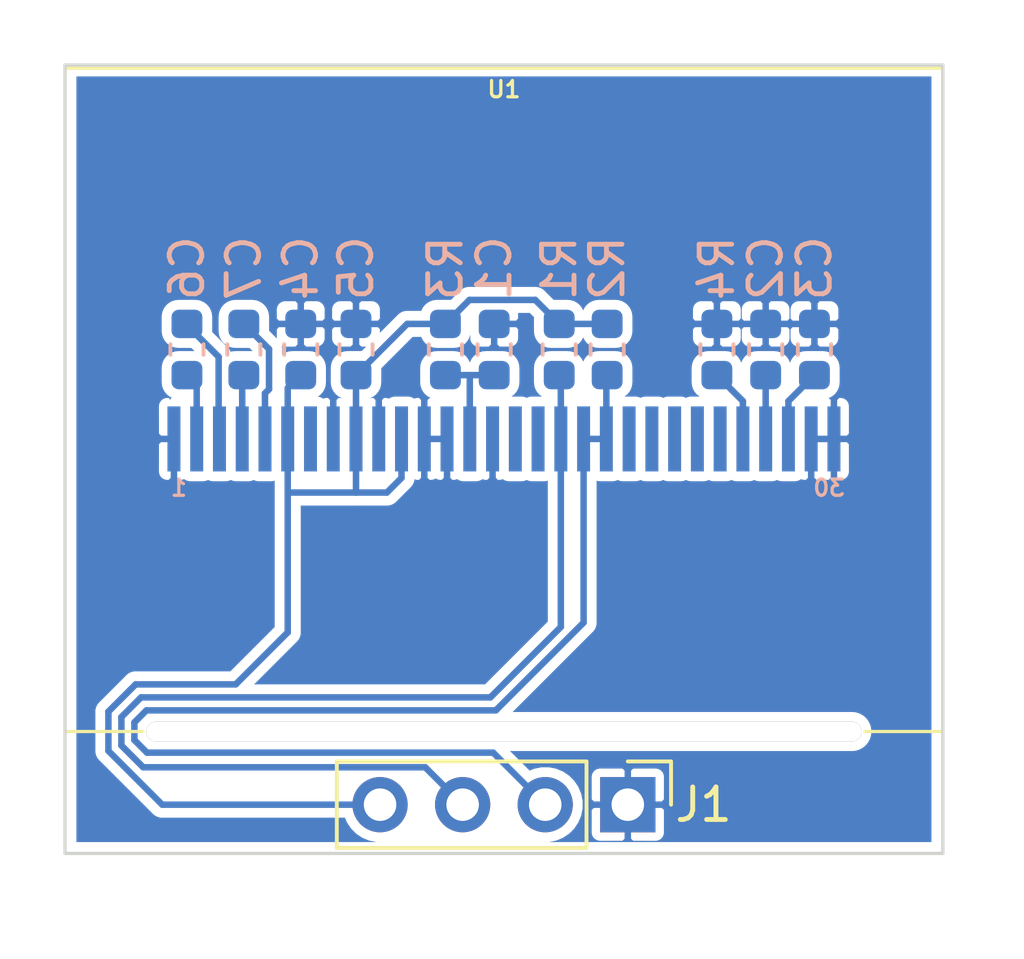
<source format=kicad_pcb>
(kicad_pcb (version 20240108) (generator "pcbnew") (generator_version "8.0")
  (layers (0 "F.Cu" signal) (31 "B.Cu" signal) (34 "B.Paste" user) (35 "F.Paste" user) (36 "B.SilkS" user "B.Silkscreen") (37 "F.SilkS" user "F.Silkscreen") (38 "B.Mask" user) (39 "F.Mask" user) (44 "Edge.Cuts" user))
  (net 0 "")
  (net 1 "Net-(C1-Pad2)")
  (net 2 "GND")
  (net 3 "Net-(C2-Pad1)")
  (net 4 "Net-(C3-Pad1)")
  (net 5 "+3V3")
  (net 6 "Net-(C6-Pad2)")
  (net 7 "Net-(C6-Pad1)")
  (net 8 "Net-(C7-Pad2)")
  (net 9 "Net-(C7-Pad1)")
  (net 10 "/SCL")
  (net 11 "/SDA")
  (net 12 "Net-(R4-Pad1)")
  (net 13 "Net-(U1-Pad25)")
  (net 14 "Net-(U1-Pad24)")
  (net 15 "Net-(U1-Pad23)")
  (net 16 "Net-(U1-Pad22)")
  (net 17 "Net-(U1-Pad21)")
  (net 18 "Net-(U1-Pad17)")
  (net 19 "Net-(U1-Pad7)")
  (net 20 "Net-(U1-Pad16)")
  (footprint "Connector_PinHeader_2.54mm:PinHeader_1x04_P2.54mm_Vertical" (layer "F.Cu") (at 153.81 111.25 -90)
    (property "Reference" "J1" (at 0 -2.33 180) (layer "F.SilkS"))
    (property "Value" "I2C")
    (fp_line (start -1.33 8.95) (end 1.33 8.95) (stroke (width 0.12)) (layer "F.SilkS"))
    (fp_line (start -1.33 1.27) (end -1.33 8.95) (stroke (width 0.12)) (layer "F.SilkS"))
    (fp_line (start -1.33 1.27) (end 1.33 1.27) (stroke (width 0.12)) (layer "F.SilkS"))
    (fp_line (start 1.33 1.27) (end 1.33 8.95) (stroke (width 0.12)) (layer "F.SilkS"))
    (fp_line (start -1.33 0) (end -1.33 -1.33) (stroke (width 0.12)) (layer "F.SilkS"))
    (fp_line (start -1.33 -1.33) (end 0 -1.33) (stroke (width 0.12)) (layer "F.SilkS"))
    (pad "1" thru_hole rect (at 0 0 270) (size 1.7 1.7) (drill 1) (layers "*.Cu" "*.Mask") (net 2 "GND"))
    (pad "2" thru_hole oval (at 0 2.54 270) (size 1.7 1.7) (drill 1) (layers "*.Cu" "*.Mask") (net 11 "/SDA"))
    (pad "3" thru_hole oval (at 0 5.08 270) (size 1.7 1.7) (drill 1) (layers "*.Cu" "*.Mask") (net 10 "/SCL"))
    (pad "4" thru_hole oval (at 0 7.62 270) (size 1.7 1.7) (drill 1) (layers "*.Cu" "*.Mask") (net 5 "+3V3"))
  )
  (footprint "SSD1306:SSD1306" (layer "F.Cu") (at 150 100)
    (property "Reference" "U1" (at 0 -10.75 180) (layer "F.SilkS") (effects (font (size 0.5 0.5) (thickness 0.1))))
    (property "Value" "SSD1306")
    (fp_line (start -13.5 -11.4) (end -13.5 9) (stroke (width 0.1)) (layer "F.SilkS"))
    (fp_line (start -11.1 9) (end -13.5 9) (stroke (width 0.1)) (layer "F.SilkS"))
    (fp_line (start 11.1 9) (end 13.5 9) (stroke (width 0.1)) (layer "F.SilkS"))
    (fp_line (start 13.5 -11.4) (end -13.5 -11.4) (stroke (width 0.1)) (layer "F.SilkS"))
    (fp_line (start 13.5 9) (end 13.5 -11.4) (stroke (width 0.1)) (layer "F.SilkS"))
    (fp_text user "30" (at 10 1.5075 0) (layer "B.SilkS") (effects (font (size 0.5 0.5) (thickness 0.1)) (justify mirror)))
    (fp_text user "1" (at -10 1.5075 0) (layer "B.SilkS") (effects (font (size 0.5 0.5) (thickness 0.1)) (justify mirror)))
    (pad "1" smd rect (at -10.15 0) (size 0.4 2) (layers "B.Cu" "B.Paste" "B.Mask") (net 2 "GND"))
    (pad "2" smd rect (at -9.45 0) (size 0.4 2) (layers "B.Cu" "B.Paste" "B.Mask") (net 7 "Net-(C6-Pad1)"))
    (pad "3" smd rect (at -8.75 0) (size 0.4 2) (layers "B.Cu" "B.Paste" "B.Mask") (net 6 "Net-(C6-Pad2)"))
    (pad "4" smd rect (at -8.05 0) (size 0.4 2) (layers "B.Cu" "B.Paste" "B.Mask") (net 9 "Net-(C7-Pad1)"))
    (pad "5" smd rect (at -7.35 0) (size 0.4 2) (layers "B.Cu" "B.Paste" "B.Mask") (net 8 "Net-(C7-Pad2)"))
    (pad "6" smd rect (at -6.65 0) (size 0.4 2) (layers "B.Cu" "B.Paste" "B.Mask") (net 5 "+3V3"))
    (pad "7" smd rect (at -5.95 0) (size 0.4 2) (layers "B.Cu" "B.Paste" "B.Mask") (net 19 "Net-(U1-Pad7)"))
    (pad "8" smd rect (at -5.25 0) (size 0.4 2) (layers "B.Cu" "B.Paste" "B.Mask") (net 2 "GND"))
    (pad "9" smd rect (at -4.55 0) (size 0.4 2) (layers "B.Cu" "B.Paste" "B.Mask") (net 5 "+3V3"))
    (pad "10" smd rect (at -3.85 0) (size 0.4 2) (layers "B.Cu" "B.Paste" "B.Mask") (net 2 "GND"))
    (pad "11" smd rect (at -3.15 0) (size 0.4 2) (layers "B.Cu" "B.Paste" "B.Mask") (net 5 "+3V3"))
    (pad "12" smd rect (at -2.45 0) (size 0.4 2) (layers "B.Cu" "B.Paste" "B.Mask") (net 2 "GND"))
    (pad "13" smd rect (at -1.75 0) (size 0.4 2) (layers "B.Cu" "B.Paste" "B.Mask") (net 2 "GND"))
    (pad "14" smd rect (at -1.05 0) (size 0.4 2) (layers "B.Cu" "B.Paste" "B.Mask") (net 1 "Net-(C1-Pad2)"))
    (pad "15" smd rect (at -0.35 0) (size 0.4 2) (layers "B.Cu" "B.Paste" "B.Mask") (net 2 "GND"))
    (pad "16" smd rect (at 0.35 0) (size 0.4 2) (layers "B.Cu" "B.Paste" "B.Mask") (net 20 "Net-(U1-Pad16)"))
    (pad "17" smd rect (at 1.05 0) (size 0.4 2) (layers "B.Cu" "B.Paste" "B.Mask") (net 18 "Net-(U1-Pad17)"))
    (pad "18" smd rect (at 1.75 0) (size 0.4 2) (layers "B.Cu" "B.Paste" "B.Mask") (net 10 "/SCL"))
    (pad "19" smd rect (at 2.45 0) (size 0.4 2) (layers "B.Cu" "B.Paste" "B.Mask") (net 11 "/SDA"))
    (pad "20" smd rect (at 3.15 0) (size 0.4 2) (layers "B.Cu" "B.Paste" "B.Mask") (net 11 "/SDA"))
    (pad "21" smd rect (at 3.85 0) (size 0.4 2) (layers "B.Cu" "B.Paste" "B.Mask") (net 17 "Net-(U1-Pad21)"))
    (pad "22" smd rect (at 4.55 0) (size 0.4 2) (layers "B.Cu" "B.Paste" "B.Mask") (net 16 "Net-(U1-Pad22)"))
    (pad "23" smd rect (at 5.25 0) (size 0.4 2) (layers "B.Cu" "B.Paste" "B.Mask") (net 15 "Net-(U1-Pad23)"))
    (pad "24" smd rect (at 5.95 0) (size 0.4 2) (layers "B.Cu" "B.Paste" "B.Mask") (net 14 "Net-(U1-Pad24)"))
    (pad "25" smd rect (at 6.65 0) (size 0.4 2) (layers "B.Cu" "B.Paste" "B.Mask") (net 13 "Net-(U1-Pad25)"))
    (pad "26" smd rect (at 7.35 0) (size 0.4 2) (layers "B.Cu" "B.Paste" "B.Mask") (net 12 "Net-(R4-Pad1)"))
    (pad "27" smd rect (at 8.05 0) (size 0.4 2) (layers "B.Cu" "B.Paste" "B.Mask") (net 3 "Net-(C2-Pad1)"))
    (pad "28" smd rect (at 8.75 0) (size 0.4 2) (layers "B.Cu" "B.Paste" "B.Mask") (net 4 "Net-(C3-Pad1)"))
    (pad "29" smd rect (at 9.45 0) (size 0.4 2) (layers "B.Cu" "B.Paste" "B.Mask") (net 2 "GND"))
    (pad "30" smd rect (at 10.15 0) (size 0.4 2) (layers "B.Cu" "B.Paste" "B.Mask") (net 2 "GND"))
    (pad "31" thru_hole oval (at 0 9) (size 22 0.6) (drill oval 22 0.6) (layers "*.Cu" "*.Mask"))
  )
  (footprint "Capacitor_SMD:C_0603_1608Metric" (layer "B.Cu") (at 149.7 97.25 -90)
    (property "Reference" "C1" (at -2.5 0 90) (layer "B.SilkS") (effects (justify mirror)))
    (property "Value" "100n")
    (fp_line (start -0.162779 0.51) (end 0.162779 0.51) (stroke (width 0.12)) (layer "B.SilkS"))
    (fp_line (start -0.162779 -0.51) (end 0.162779 -0.51) (stroke (width 0.12)) (layer "B.SilkS"))
    (pad "1" smd roundrect (at -0.7875 0 270) (size 0.875 0.95) (layers "B.Cu" "B.Paste" "B.Mask") (net 2 "GND"))
    (pad "2" smd roundrect (at 0.7875 0 270) (size 0.875 0.95) (layers "B.Cu" "B.Paste" "B.Mask") (net 1 "Net-(C1-Pad2)"))
  )
  (footprint "Capacitor_SMD:C_0603_1608Metric" (layer "B.Cu") (at 158.05 97.25 90)
    (property "Reference" "C2" (at 2.5 0 90) (layer "B.SilkS") (effects (justify mirror)))
    (property "Value" "1u")
    (fp_line (start -0.162779 -0.51) (end 0.162779 -0.51) (stroke (width 0.12)) (layer "B.SilkS"))
    (fp_line (start -0.162779 0.51) (end 0.162779 0.51) (stroke (width 0.12)) (layer "B.SilkS"))
    (pad "1" smd roundrect (at -0.7875 0 90) (size 0.875 0.95) (layers "B.Cu" "B.Paste" "B.Mask") (net 3 "Net-(C2-Pad1)"))
    (pad "2" smd roundrect (at 0.7875 0 90) (size 0.875 0.95) (layers "B.Cu" "B.Paste" "B.Mask") (net 2 "GND"))
  )
  (footprint "Capacitor_SMD:C_0603_1608Metric" (layer "B.Cu") (at 159.55 97.25 90)
    (property "Reference" "C3" (at 2.5 0 90) (layer "B.SilkS") (effects (justify mirror)))
    (property "Value" "1u")
    (fp_line (start -0.162779 -0.51) (end 0.162779 -0.51) (stroke (width 0.12)) (layer "B.SilkS"))
    (fp_line (start -0.162779 0.51) (end 0.162779 0.51) (stroke (width 0.12)) (layer "B.SilkS"))
    (pad "1" smd roundrect (at -0.7875 0 90) (size 0.875 0.95) (layers "B.Cu" "B.Paste" "B.Mask") (net 4 "Net-(C3-Pad1)"))
    (pad "2" smd roundrect (at 0.7875 0 90) (size 0.875 0.95) (layers "B.Cu" "B.Paste" "B.Mask") (net 2 "GND"))
  )
  (footprint "Capacitor_SMD:C_0603_1608Metric" (layer "B.Cu") (at 145.45 97.25 90)
    (property "Reference" "C5" (at 2.5 0 90) (layer "B.SilkS") (effects (justify mirror)))
    (property "Value" "1u")
    (fp_line (start -0.162779 -0.51) (end 0.162779 -0.51) (stroke (width 0.12)) (layer "B.SilkS"))
    (fp_line (start -0.162779 0.51) (end 0.162779 0.51) (stroke (width 0.12)) (layer "B.SilkS"))
    (pad "1" smd roundrect (at -0.7875 0 90) (size 0.875 0.95) (layers "B.Cu" "B.Paste" "B.Mask") (net 5 "+3V3"))
    (pad "2" smd roundrect (at 0.7875 0 90) (size 0.875 0.95) (layers "B.Cu" "B.Paste" "B.Mask") (net 2 "GND"))
  )
  (footprint "Capacitor_SMD:C_0603_1608Metric" (layer "B.Cu") (at 140.25 97.25 90)
    (property "Reference" "C6" (at 2.5 0 90) (layer "B.SilkS") (effects (justify mirror)))
    (property "Value" "1u")
    (fp_line (start -0.162779 -0.51) (end 0.162779 -0.51) (stroke (width 0.12)) (layer "B.SilkS"))
    (fp_line (start -0.162779 0.51) (end 0.162779 0.51) (stroke (width 0.12)) (layer "B.SilkS"))
    (pad "1" smd roundrect (at -0.7875 0 90) (size 0.875 0.95) (layers "B.Cu" "B.Paste" "B.Mask") (net 7 "Net-(C6-Pad1)"))
    (pad "2" smd roundrect (at 0.7875 0 90) (size 0.875 0.95) (layers "B.Cu" "B.Paste" "B.Mask") (net 6 "Net-(C6-Pad2)"))
  )
  (footprint "Resistor_SMD:R_0603_1608Metric" (layer "B.Cu") (at 151.7 97.25 90)
    (property "Reference" "R1" (at 2.5 0 90) (layer "B.SilkS") (effects (justify mirror)))
    (property "Value" "2.2k")
    (fp_line (start -0.162779 -0.51) (end 0.162779 -0.51) (stroke (width 0.12)) (layer "B.SilkS"))
    (fp_line (start -0.162779 0.51) (end 0.162779 0.51) (stroke (width 0.12)) (layer "B.SilkS"))
    (pad "1" smd roundrect (at -0.7875 0 90) (size 0.875 0.95) (layers "B.Cu" "B.Paste" "B.Mask") (net 10 "/SCL"))
    (pad "2" smd roundrect (at 0.7875 0 90) (size 0.875 0.95) (layers "B.Cu" "B.Paste" "B.Mask") (net 5 "+3V3"))
  )
  (footprint "Resistor_SMD:R_0603_1608Metric" (layer "B.Cu") (at 148.2 97.25 90)
    (property "Reference" "R3" (at 2.5 0 90) (layer "B.SilkS") (effects (justify mirror)))
    (property "Value" "10k")
    (fp_line (start -0.162779 -0.51) (end 0.162779 -0.51) (stroke (width 0.12)) (layer "B.SilkS"))
    (fp_line (start -0.162779 0.51) (end 0.162779 0.51) (stroke (width 0.12)) (layer "B.SilkS"))
    (pad "1" smd roundrect (at -0.7875 0 90) (size 0.875 0.95) (layers "B.Cu" "B.Paste" "B.Mask") (net 1 "Net-(C1-Pad2)"))
    (pad "2" smd roundrect (at 0.7875 0 90) (size 0.875 0.95) (layers "B.Cu" "B.Paste" "B.Mask") (net 5 "+3V3"))
  )
  (footprint "Resistor_SMD:R_0603_1608Metric" (layer "B.Cu") (at 156.55 97.25 90)
    (property "Reference" "R4" (at 2.5 0 90) (layer "B.SilkS") (effects (justify mirror)))
    (property "Value" "470k")
    (fp_line (start -0.162779 -0.51) (end 0.162779 -0.51) (stroke (width 0.12)) (layer "B.SilkS"))
    (fp_line (start -0.162779 0.51) (end 0.162779 0.51) (stroke (width 0.12)) (layer "B.SilkS"))
    (pad "1" smd roundrect (at -0.7875 0 90) (size 0.875 0.95) (layers "B.Cu" "B.Paste" "B.Mask") (net 12 "Net-(R4-Pad1)"))
    (pad "2" smd roundrect (at 0.7875 0 90) (size 0.875 0.95) (layers "B.Cu" "B.Paste" "B.Mask") (net 2 "GND"))
  )
  (footprint "Resistor_SMD:R_0603_1608Metric" (layer "B.Cu") (at 153.175 97.25 90)
    (property "Reference" "R2" (at 2.5 0 90) (layer "B.SilkS") (effects (justify mirror)))
    (property "Value" "2.2k")
    (fp_line (start -0.162779 -0.51) (end 0.162779 -0.51) (stroke (width 0.12)) (layer "B.SilkS"))
    (fp_line (start -0.162779 0.51) (end 0.162779 0.51) (stroke (width 0.12)) (layer "B.SilkS"))
    (pad "1" smd roundrect (at -0.7875 0 90) (size 0.875 0.95) (layers "B.Cu" "B.Paste" "B.Mask") (net 11 "/SDA"))
    (pad "2" smd roundrect (at 0.7875 0 90) (size 0.875 0.95) (layers "B.Cu" "B.Paste" "B.Mask") (net 5 "+3V3"))
  )
  (footprint "Capacitor_SMD:C_0603_1608Metric" (layer "B.Cu") (at 143.75 97.25 90)
    (property "Reference" "C4" (at 2.5 0 90) (layer "B.SilkS") (effects (justify mirror)))
    (property "Value" "1u")
    (fp_line (start -0.162779 -0.51) (end 0.162779 -0.51) (stroke (width 0.12)) (layer "B.SilkS"))
    (fp_line (start -0.162779 0.51) (end 0.162779 0.51) (stroke (width 0.12)) (layer "B.SilkS"))
    (pad "1" smd roundrect (at -0.7875 0 90) (size 0.875 0.95) (layers "B.Cu" "B.Paste" "B.Mask") (net 5 "+3V3"))
    (pad "2" smd roundrect (at 0.7875 0 90) (size 0.875 0.95) (layers "B.Cu" "B.Paste" "B.Mask") (net 2 "GND"))
  )
  (footprint "Capacitor_SMD:C_0603_1608Metric" (layer "B.Cu") (at 142 97.25 90)
    (property "Reference" "C7" (at 2.5 0 90) (layer "B.SilkS") (effects (justify mirror)))
    (property "Value" "1u")
    (fp_line (start -0.162779 -0.51) (end 0.162779 -0.51) (stroke (width 0.12)) (layer "B.SilkS"))
    (fp_line (start -0.162779 0.51) (end 0.162779 0.51) (stroke (width 0.12)) (layer "B.SilkS"))
    (pad "1" smd roundrect (at -0.7875 0 90) (size 0.875 0.95) (layers "B.Cu" "B.Paste" "B.Mask") (net 9 "Net-(C7-Pad1)"))
    (pad "2" smd roundrect (at 0.7875 0 90) (size 0.875 0.95) (layers "B.Cu" "B.Paste" "B.Mask") (net 8 "Net-(C7-Pad2)"))
  )
  (gr_line (start 163.5 88.5) (end 136.5 88.5) (stroke (width 0.1)) (layer "Edge.Cuts"))
  (gr_line (start 136.5 88.5) (end 136.5 112.75) (stroke (width 0.1)) (layer "Edge.Cuts"))
  (gr_line (start 136.5 112.75) (end 163.5 112.75) (stroke (width 0.1)) (layer "Edge.Cuts"))
  (gr_line (start 163.5 112.75) (end 163.5 88.5) (stroke (width 0.1)) (layer "Edge.Cuts"))
  (segment (start 148.2 98.0375) (end 149.7 98.0375) (width 0.2) (layer "B.Cu") (net 1))
  (segment (start 148.95 100) (end 148.95 98.0375) (width 0.2) (layer "B.Cu") (net 1))
  (segment (start 158.05 100) (end 158.05 98.0375) (width 0.2) (layer "B.Cu") (net 3))
  (segment (start 158.75 98.8375) (end 158.75 100) (width 0.2) (layer "B.Cu") (net 4))
  (segment (start 159.55 98.0375) (end 158.75 98.8375) (width 0.2) (layer "B.Cu") (net 4))
  (segment (start 143.35 98.4375) (end 143.75 98.0375) (width 0.2) (layer "B.Cu") (net 5))
  (segment (start 137.834097 109.595043) (end 139.489054 111.25) (width 0.2) (layer "B.Cu") (net 5))
  (segment (start 141.75 107.54997) (end 138.671944 107.54997) (width 0.2) (layer "B.Cu") (net 5))
  (segment (start 143.35 100) (end 143.35 98.4375) (width 0.2) (layer "B.Cu") (net 5))
  (segment (start 137.834097 108.387817) (end 137.834097 109.595043) (width 0.2) (layer "B.Cu") (net 5))
  (segment (start 148.2 96.4625) (end 148.93751 95.72499) (width 0.2) (layer "B.Cu") (net 5))
  (segment (start 145.45 98.0375) (end 145.45 100) (width 0.2) (layer "B.Cu") (net 5))
  (segment (start 143.35 100) (end 143.35 101.65) (width 0.2) (layer "B.Cu") (net 5))
  (segment (start 145.45 101.65) (end 146.4 101.65) (width 0.2) (layer "B.Cu") (net 5))
  (segment (start 148.2 96.4625) (end 147.025 96.4625) (width 0.2) (layer "B.Cu") (net 5))
  (segment (start 150.96249 95.72499) (end 151.7 96.4625) (width 0.2) (layer "B.Cu") (net 5))
  (segment (start 143.35 105.94997) (end 141.75 107.54997) (width 0.2) (layer "B.Cu") (net 5))
  (segment (start 153.175 96.4625) (end 151.725 96.4625) (width 0.2) (layer "B.Cu") (net 5))
  (segment (start 145.45 101.65) (end 145.45 100) (width 0.2) (layer "B.Cu") (net 5))
  (segment (start 143.35 101.65) (end 145.45 101.65) (width 0.2) (layer "B.Cu") (net 5))
  (segment (start 138.671944 107.54997) (end 137.834097 108.387817) (width 0.2) (layer "B.Cu") (net 5))
  (segment (start 143.35 101.65) (end 143.35 105.94997) (width 0.2) (layer "B.Cu") (net 5))
  (segment (start 146.4 101.65) (end 146.85 101.2) (width 0.2) (layer "B.Cu") (net 5))
  (segment (start 147.025 96.4625) (end 145.45 98.0375) (width 0.2) (layer "B.Cu") (net 5))
  (segment (start 148.93751 95.72499) (end 150.96249 95.72499) (width 0.2) (layer "B.Cu") (net 5))
  (segment (start 146.85 101.2) (end 146.85 100) (width 0.2) (layer "B.Cu") (net 5))
  (segment (start 139.489054 111.25) (end 146.19 111.25) (width 0.2) (layer "B.Cu") (net 5))
  (segment (start 141.22499 97.47499) (end 141.22499 99.97499) (width 0.2) (layer "B.Cu") (net 6))
  (segment (start 141.22499 99.97499) (end 141.25 100) (width 0.2) (layer "B.Cu") (net 6))
  (segment (start 140.25 96.4625) (end 140.25 96.5) (width 0.2) (layer "B.Cu") (net 6))
  (segment (start 140.25 96.5) (end 141.22499 97.47499) (width 0.2) (layer "B.Cu") (net 6))
  (segment (start 140.55 100) (end 140.55 98.3375) (width 0.2) (layer "B.Cu") (net 7))
  (segment (start 140.55 98.3375) (end 140.25 98.0375) (width 0.2) (layer "B.Cu") (net 7))
  (segment (start 142.65 100) (end 142.65 98.59614) (width 0.2) (layer "B.Cu") (net 8))
  (segment (start 142.77501 98.47113) (end 142.77501 97.23751) (width 0.2) (layer "B.Cu") (net 8))
  (segment (start 142.77501 97.23751) (end 142 96.4625) (width 0.2) (layer "B.Cu") (net 8))
  (segment (start 142.65 98.59614) (end 142.77501 98.47113) (width 0.2) (layer "B.Cu") (net 8))
  (segment (start 141.95 100) (end 141.95 98.0875) (width 0.2) (layer "B.Cu") (net 9))
  (segment (start 141.95 98.0875) (end 142 98.0375) (width 0.2) (layer "B.Cu") (net 9))
  (segment (start 151.75 105.784292) (end 149.584312 107.94998) (width 0.2) (layer "B.Cu") (net 10))
  (segment (start 151.75 100) (end 151.75 105.784292) (width 0.2) (layer "B.Cu") (net 10))
  (segment (start 138.234107 108.553506) (end 138.234107 109.429354) (width 0.2) (layer "B.Cu") (net 10))
  (segment (start 151.75 100) (end 151.75 98.0875) (width 0.2) (layer "B.Cu") (net 10))
  (segment (start 147.579999 110.099999) (end 148.73 111.25) (width 0.2) (layer "B.Cu") (net 10))
  (segment (start 138.904752 110.099999) (end 147.579999 110.099999) (width 0.2) (layer "B.Cu") (net 10))
  (segment (start 149.584312 107.94998) (end 138.837633 107.94998) (width 0.2) (layer "B.Cu") (net 10))
  (segment (start 138.234107 109.429354) (end 138.904752 110.099999) (width 0.2) (layer "B.Cu") (net 10))
  (segment (start 151.75 98.0875) (end 151.7 98.0375) (width 0.2) (layer "B.Cu") (net 10))
  (segment (start 138.837633 107.94998) (end 138.234107 108.553506) (width 0.2) (layer "B.Cu") (net 10))
  (segment (start 152.45 100) (end 153.15 100) (width 0.2) (layer "B.Cu") (net 11))
  (segment (start 152.45 100) (end 152.45 105.64999) (width 0.2) (layer "B.Cu") (net 11))
  (segment (start 152.45 105.64999) (end 149.75 108.34999) (width 0.2) (layer "B.Cu") (net 11))
  (segment (start 149.75 108.34999) (end 139.003322 108.34999) (width 0.2) (layer "B.Cu") (net 11))
  (segment (start 138.634117 109.263665) (end 138.634117 108.719195) (width 0.2) (layer "B.Cu") (net 11))
  (segment (start 149.67001 109.65001) (end 139.020462 109.65001) (width 0.2) (layer "B.Cu") (net 11))
  (segment (start 139.020462 109.65001) (end 138.634117 109.263665) (width 0.2) (layer "B.Cu") (net 11))
  (segment (start 153.15 98.0625) (end 153.175 98.0375) (width 0.2) (layer "B.Cu") (net 11))
  (segment (start 153.15 100) (end 153.15 98.0625) (width 0.2) (layer "B.Cu") (net 11))
  (segment (start 138.634117 108.719195) (end 139.003322 108.34999) (width 0.2) (layer "B.Cu") (net 11))
  (segment (start 151.27 111.25) (end 149.67001 109.65001) (width 0.2) (layer "B.Cu") (net 11))
  (segment (start 157.35 98.8375) (end 157.35 100) (width 0.2) (layer "B.Cu") (net 12))
  (segment (start 156.55 98.0375) (end 157.35 98.8375) (width 0.2) (layer "B.Cu") (net 12))
  (zone (net 2) (net_name "GND") (layer "B.Cu") (connect_pads (clearance 0.2)) (min_thickness 0.2) (fill yes (thermal_gap 0.16) (thermal_bridge_width 0.4))
    (polygon (pts (xy 166 116) (xy 134.5 116) (xy 134.5 86.5) (xy 166 86.5)))
  )
)
</source>
